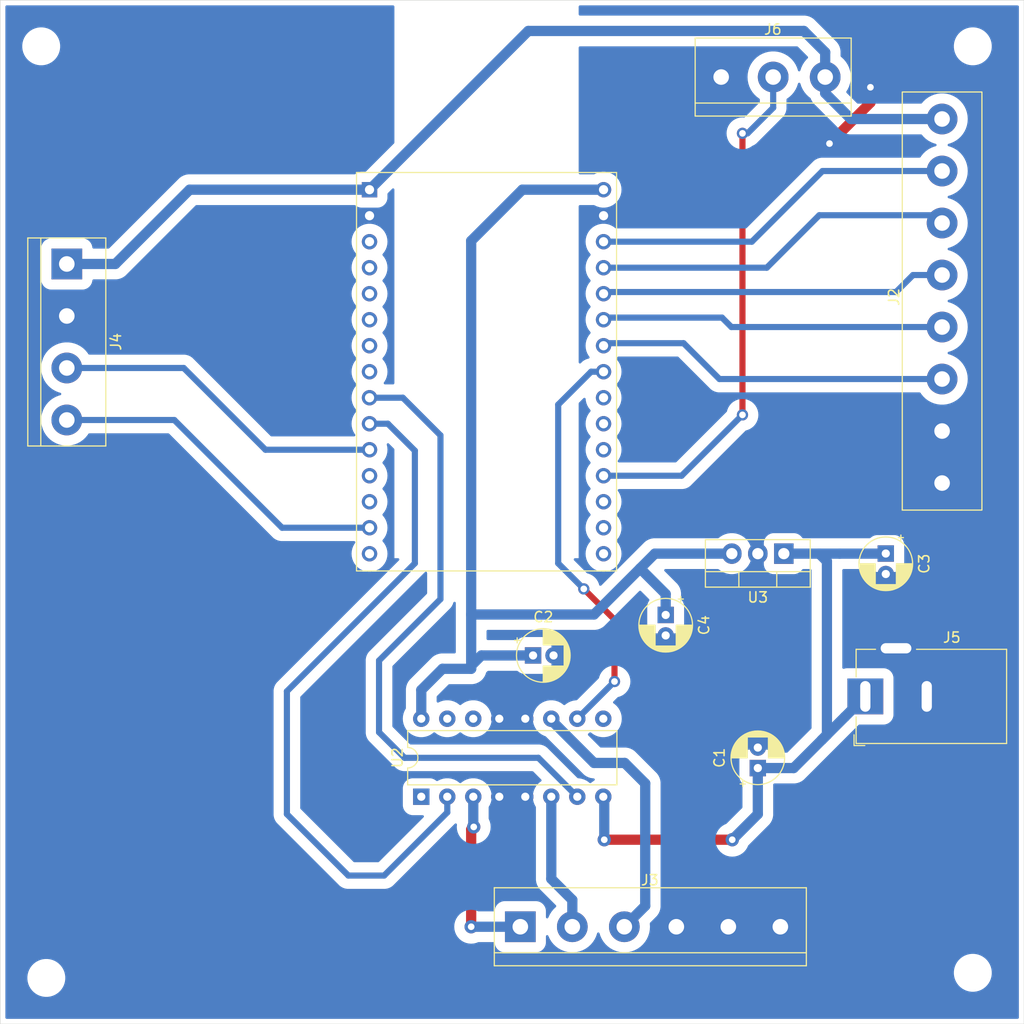
<source format=kicad_pcb>
(kicad_pcb (version 20240108) (generator "pcbnew") (generator_version "8.0")
  (title_block (title "Prototipo Control de Agua") (date "2025-02-26") (company "Ingeneria Electronica") (comment 1 "Introducción") (comment 2 "Taller"))
  (layers (0 "F.Cu" signal) (31 "B.Cu" signal) (34 "B.Paste" user) (35 "F.Paste" user) (36 "B.SilkS" user "B.Silkscreen") (37 "F.SilkS" user "F.Silkscreen") (38 "B.Mask" user) (39 "F.Mask" user) (44 "Edge.Cuts" user))
  (net 0 "")
  (net 1 "GND")
  (net 2 "/3.3v")
  (net 3 "/S3")
  (net 4 "/S2")
  (net 5 "/OUT")
  (net 6 "/S1")
  (net 7 "/S0")
  (net 9 "/3y")
  (net 12 "/1y")
  (net 13 "/2y")
  (net 15 "/VCC")
  (net 16 "/SCL")
  (net 17 "/SDA")
  (net 20 "+5V")
  (net 27 "/1a")
  (net 28 "/2a")
  (net 29 "/3a")
  (net 35 "/turbi1")
  (footprint "TerminalBlock:TerminalBlock_bornier-3_P5.08mm" (layer "F.Cu") (at 170.42 48)
    (property "Reference" "J6" (at 5.05 -4.65 0) (layer "F.SilkS"))
    (property "Value" "LGZD Turbiedad")
    (pad "1" thru_hole rect (at 0 0) (size 3 3) (drill 1.52) (layers "*.Cu" "*.Mask") (net 1 "GND"))
    (pad "2" thru_hole circle (at 5.08 0) (size 3 3) (drill 1.52) (layers "*.Cu" "*.Mask") (net 35 "/turbi1"))
    (pad "3" thru_hole circle (at 10.16 0) (size 3 3) (drill 1.52) (layers "*.Cu" "*.Mask") (net 2 "/3.3v"))
  )
  (footprint "Connector_BarrelJack:BarrelJack_Horizontal" (layer "F.Cu") (at 184.5 108.5 180)
    (property "Reference" "J5" (at -8.45 5.75 0) (layer "F.SilkS"))
    (property "Value" "Jack 9V")
    (pad "1" thru_hole rect (at 0 0 180) (size 3.5 3.5) (drill oval 1 3) (layers "*.Cu" "*.Mask") (net 15 "/VCC"))
    (pad "2" thru_hole roundrect (at -6 0 180) (size 3 3.5) (drill oval 1 3) (layers "*.Cu" "*.Mask") (net 1 "GND"))
    (pad "3" thru_hole roundrect (at -3 4.7 180) (size 3.5 3.5) (drill oval 3 1) (layers "*.Cu" "*.Mask") (net 1 "GND"))
  )
  (footprint "TerminalBlock:TerminalBlock_bornier-8_P5.08mm" (layer "F.Cu") (at 192 87.66 90)
    (property "Reference" "J2" (at 18.18 -4.7 90) (layer "F.SilkS"))
    (property "Value" "TCS3200 Colorimetria")
    (pad "1" thru_hole rect (at 0 0 90) (size 3 3) (drill 1.52) (layers "*.Cu" "*.Mask") (net 1 "GND"))
    (pad "2" thru_hole circle (at 5.08 0 90) (size 3 3) (drill 1.52) (layers "*.Cu" "*.Mask") (net 1 "GND"))
    (pad "3" thru_hole circle (at 10.16 0 90) (size 3 3) (drill 1.52) (layers "*.Cu" "*.Mask") (net 6 "/S1"))
    (pad "4" thru_hole circle (at 15.24 0 90) (size 3 3) (drill 1.52) (layers "*.Cu" "*.Mask") (net 7 "/S0"))
    (pad "5" thru_hole circle (at 20.32 0 90) (size 3 3) (drill 1.52) (layers "*.Cu" "*.Mask") (net 3 "/S3"))
    (pad "6" thru_hole circle (at 25.4 0 90) (size 3 3) (drill 1.52) (layers "*.Cu" "*.Mask") (net 4 "/S2"))
    (pad "7" thru_hole circle (at 30.48 0 90) (size 3 3) (drill 1.52) (layers "*.Cu" "*.Mask") (net 5 "/OUT"))
    (pad "8" thru_hole circle (at 35.56 0 90) (size 3 3) (drill 1.52) (layers "*.Cu" "*.Mask") (net 2 "/3.3v"))
  )
  (footprint "Capacitor_THT:CP_Radial_D5.0mm_P2.00mm" (layer "F.Cu") (at 165 100.544888 -90)
    (property "Reference" "C4" (at 1 -3.75 90) (layer "F.SilkS"))
    (property "Value" "10u")
    (pad "1" thru_hole rect (at 0 0 270) (size 1.6 1.6) (drill 0.8) (layers "*.Cu" "*.Mask") (net 20 "+5V"))
    (pad "2" thru_hole circle (at 2 0 270) (size 1.6 1.6) (drill 0.8) (layers "*.Cu" "*.Mask") (net 1 "GND"))
  )
  (footprint "TerminalBlock:TerminalBlock_bornier-4_P5.08mm" (layer "F.Cu") (at 106.5 66.26 -90)
    (property "Reference" "J4" (at 7.6 -4.8 90) (layer "F.SilkS"))
    (property "Value" "Pantalla OLED")
    (pad "1" thru_hole rect (at 0 0 270) (size 3 3) (drill 1.52) (layers "*.Cu" "*.Mask") (net 2 "/3.3v"))
    (pad "2" thru_hole circle (at 5.08 0 270) (size 3 3) (drill 1.52) (layers "*.Cu" "*.Mask") (net 1 "GND"))
    (pad "3" thru_hole circle (at 10.16 0 270) (size 3 3) (drill 1.52) (layers "*.Cu" "*.Mask") (net 17 "/SDA"))
    (pad "4" thru_hole circle (at 15.24 0 270) (size 3 3) (drill 1.52) (layers "*.Cu" "*.Mask") (net 16 "/SCL"))
  )
  (footprint "" (layer "F.Cu") (at 195 45)
    (property "Reference" "" (at 0 0 0) (layer "F.SilkS") (effects (font (size 1.27 1.27))))
    (property "Value" "")
    (pad "" np_thru_hole circle (at 0 0) (size 3.2 3.2) (drill 3.2) (layers "*.Cu" "*.Mask"))
  )
  (footprint "" (layer "F.Cu") (at 195 135.5)
    (property "Reference" "" (at 0 0 0) (layer "F.SilkS") (effects (font (size 1.27 1.27))))
    (property "Value" "")
    (pad "" np_thru_hole circle (at 0 0) (size 3.2 3.2) (drill 3.2) (layers "*.Cu" "*.Mask"))
  )
  (footprint "" (layer "F.Cu") (at 104 45)
    (property "Reference" "" (at 0 0 0) (layer "F.SilkS") (effects (font (size 1.27 1.27))))
    (property "Value" "")
    (pad "" np_thru_hole circle (at 0 0) (size 3.2 3.2) (drill 3.2) (layers "*.Cu" "*.Mask"))
  )
  (footprint "" (layer "F.Cu") (at 104.5 136)
    (property "Reference" "" (at 0 0 0) (layer "F.SilkS") (effects (font (size 1.27 1.27))))
    (property "Value" "")
    (pad "" np_thru_hole circle (at 0 0) (size 3.2 3.2) (drill 3.2) (layers "*.Cu" "*.Mask"))
  )
  (footprint "Capacitor_THT:CP_Radial_D5.0mm_P2.00mm" (layer "F.Cu") (at 174 115.5 90)
    (property "Reference" "C1" (at 1 -3.75 90) (layer "F.SilkS"))
    (property "Value" "Condensador" (hide yes))
    (pad "1" thru_hole rect (at 0 0 90) (size 1.6 1.6) (drill 0.8) (layers "*.Cu" "*.Mask") (net 15 "/VCC"))
    (pad "2" thru_hole circle (at 2 0 90) (size 1.6 1.6) (drill 0.8) (layers "*.Cu" "*.Mask") (net 1 "GND"))
  )
  (footprint "Capacitor_THT:CP_Radial_D5.0mm_P2.00mm" (layer "F.Cu") (at 152.044888 104.5)
    (property "Reference" "C2" (at 1 -3.75 0) (layer "F.SilkS"))
    (property "Value" "Condensador 2")
    (pad "1" thru_hole rect (at 0 0) (size 1.6 1.6) (drill 0.8) (layers "*.Cu" "*.Mask") (net 20 "+5V"))
    (pad "2" thru_hole circle (at 2 0) (size 1.6 1.6) (drill 0.8) (layers "*.Cu" "*.Mask") (net 1 "GND"))
  )
  (footprint "RF_Module:ESP32-C3-DevKitM-1" (layer "F.Cu") (at 136.07 59.005)
    (property "Reference" "U1" (hide yes))
    (property "Value" "ESP32-DEVKIT-V1" (hide yes))
    (pad "1" thru_hole rect (at 0 0) (size 1.5 1.5) (drill 0.9) (layers "*.Cu" "*.Mask") (net 2 "/3.3v"))
    (pad "2" thru_hole circle (at 0 2.54) (size 1.5 1.5) (drill 0.9) (layers "*.Cu" "*.Mask") (net 1 "GND"))
    (pad "3" thru_hole circle (at 0 5.08) (size 1.5 1.5) (drill 0.9) (layers "*.Cu" "*.Mask"))
    (pad "4" thru_hole circle (at 0 7.62) (size 1.5 1.5) (drill 0.9) (layers "*.Cu" "*.Mask"))
    (pad "5" thru_hole circle (at 0 10.16) (size 1.5 1.5) (drill 0.9) (layers "*.Cu" "*.Mask"))
    (pad "6" thru_hole circle (at 0 12.7) (size 1.5 1.5) (drill 0.9) (layers "*.Cu" "*.Mask"))
    (pad "7" thru_hole circle (at 0 15.24) (size 1.5 1.5) (drill 0.9) (layers "*.Cu" "*.Mask"))
    (pad "8" thru_hole circle (at 0 17.78) (size 1.5 1.5) (drill 0.9) (layers "*.Cu" "*.Mask"))
    (pad "9" thru_hole circle (at 0 20.32) (size 1.5 1.5) (drill 0.9) (layers "*.Cu" "*.Mask") (net 28 "/2a"))
    (pad "10" thru_hole circle (at 0 22.86) (size 1.5 1.5) (drill 0.9) (layers "*.Cu" "*.Mask") (net 27 "/1a"))
    (pad "11" thru_hole circle (at 0 25.4) (size 1.5 1.5) (drill 0.9) (layers "*.Cu" "*.Mask") (net 17 "/SDA"))
    (pad "12" thru_hole circle (at 0 27.94) (size 1.5 1.5) (drill 0.9) (layers "*.Cu" "*.Mask"))
    (pad "13" thru_hole circle (at 0 30.48) (size 1.5 1.5) (drill 0.9) (layers "*.Cu" "*.Mask"))
    (pad "14" thru_hole circle (at 0 33.02) (size 1.5 1.5) (drill 0.9) (layers "*.Cu" "*.Mask") (net 16 "/SCL"))
    (pad "15" thru_hole circle (at 0 35.56) (size 1.5 1.5) (drill 0.9) (layers "*.Cu" "*.Mask"))
    (pad "16" thru_hole circle (at 22.86 35.56) (size 1.5 1.5) (drill 0.9) (layers "*.Cu" "*.Mask"))
    (pad "17" thru_hole circle (at 22.86 33.02) (size 1.5 1.5) (drill 0.9) (layers "*.Cu" "*.Mask"))
    (pad "18" thru_hole circle (at 22.86 30.48) (size 1.5 1.5) (drill 0.9) (layers "*.Cu" "*.Mask"))
    (pad "19" thru_hole circle (at 22.86 27.94) (size 1.5 1.5) (drill 0.9) (layers "*.Cu" "*.Mask") (net 35 "/turbi1"))
    (pad "20" thru_hole circle (at 22.86 25.4) (size 1.5 1.5) (drill 0.9) (layers "*.Cu" "*.Mask"))
    (pad "21" thru_hole circle (at 22.86 22.86) (size 1.5 1.5) (drill 0.9) (layers "*.Cu" "*.Mask"))
    (pad "22" thru_hole circle (at 22.86 20.32) (size 1.5 1.5) (drill 0.9) (layers "*.Cu" "*.Mask"))
    (pad "23" thru_hole circle (at 22.86 17.78) (size 1.5 1.5) (drill 0.9) (layers "*.Cu" "*.Mask") (net 29 "/3a"))
    (pad "24" thru_hole circle (at 22.86 15.24) (size 1.5 1.5) (drill 0.9) (layers "*.Cu" "*.Mask") (net 6 "/S1"))
    (pad "25" thru_hole circle (at 22.86 12.7) (size 1.5 1.5) (drill 0.9) (layers "*.Cu" "*.Mask") (net 7 "/S0"))
    (pad "26" thru_hole circle (at 22.86 10.16) (size 1.5 1.5) (drill 0.9) (layers "*.Cu" "*.Mask") (net 3 "/S3"))
    (pad "27" thru_hole circle (at 22.86 7.62) (size 1.5 1.5) (drill 0.9) (layers "*.Cu" "*.Mask") (net 4 "/S2"))
    (pad "28" thru_hole circle (at 22.86 5.08) (size 1.5 1.5) (drill 0.9) (layers "*.Cu" "*.Mask") (net 5 "/OUT"))
    (pad "29" thru_hole circle (at 22.86 2.54) (size 1.5 1.5) (drill 0.9) (layers "*.Cu" "*.Mask") (net 1 "GND"))
    (pad "30" thru_hole circle (at 22.86 0) (size 1.5 1.5) (drill 0.9) (layers "*.Cu" "*.Mask") (net 20 "+5V"))
  )
  (footprint "TerminalBlock:TerminalBlock_bornier-6_P5.08mm" (layer "F.Cu") (at 150.8 131)
    (property "Reference" "J3" (at 12.65 -4.55 0) (layer "F.SilkS"))
    (property "Value" "Motores" (hide yes))
    (pad "1" thru_hole rect (at 0 0) (size 3 3) (drill 1.52) (layers "*.Cu" "*.Mask") (net 12 "/1y"))
    (pad "2" thru_hole circle (at 5.08 0) (size 3 3) (drill 1.52) (layers "*.Cu" "*.Mask") (net 13 "/2y"))
    (pad "3" thru_hole circle (at 10.16 0) (size 3 3) (drill 1.52) (layers "*.Cu" "*.Mask") (net 9 "/3y"))
    (pad "4" thru_hole circle (at 15.24 0) (size 3 3) (drill 1.52) (layers "*.Cu" "*.Mask") (net 1 "GND"))
    (pad "5" thru_hole circle (at 20.32 0) (size 3 3) (drill 1.52) (layers "*.Cu" "*.Mask") (net 1 "GND"))
    (pad "6" thru_hole circle (at 25.4 0) (size 3 3) (drill 1.52) (layers "*.Cu" "*.Mask") (net 1 "GND"))
  )
  (footprint "Capacitor_THT:CP_Radial_D5.0mm_P2.00mm" (layer "F.Cu") (at 186.5 94.544888 -90)
    (property "Reference" "C3" (at 1 -3.75 90) (layer "F.SilkS"))
    (property "Value" "10u")
    (pad "1" thru_hole rect (at 0 0 270) (size 1.6 1.6) (drill 0.8) (layers "*.Cu" "*.Mask") (net 15 "/VCC"))
    (pad "2" thru_hole circle (at 2 0 270) (size 1.6 1.6) (drill 0.8) (layers "*.Cu" "*.Mask") (net 1 "GND"))
  )
  (footprint "Package_DIP:DIP-16_W7.62mm" (layer "F.Cu") (at 141.125 118.3 90)
    (property "Reference" "U2" (at 3.81 -2.33 90) (layer "F.SilkS"))
    (property "Value" "L293D")
    (pad "1" thru_hole rect (at 0 0 90) (size 1.6 1.6) (drill 0.8) (layers "*.Cu" "*.Mask"))
    (pad "2" thru_hole oval (at 0 2.54 90) (size 1.6 1.6) (drill 0.8) (layers "*.Cu" "*.Mask") (net 27 "/1a"))
    (pad "3" thru_hole oval (at 0 5.08 90) (size 1.6 1.6) (drill 0.8) (layers "*.Cu" "*.Mask") (net 12 "/1y"))
    (pad "4" thru_hole oval (at 0 7.62 90) (size 1.6 1.6) (drill 0.8) (layers "*.Cu" "*.Mask") (net 1 "GND"))
    (pad "5" thru_hole oval (at 0 10.16 90) (size 1.6 1.6) (drill 0.8) (layers "*.Cu" "*.Mask") (net 1 "GND"))
    (pad "6" thru_hole oval (at 0 12.7 90) (size 1.6 1.6) (drill 0.8) (layers "*.Cu" "*.Mask") (net 13 "/2y"))
    (pad "7" thru_hole oval (at 0 15.24 90) (size 1.6 1.6) (drill 0.8) (layers "*.Cu" "*.Mask") (net 28 "/2a"))
    (pad "8" thru_hole oval (at 0 17.78 90) (size 1.6 1.6) (drill 0.8) (layers "*.Cu" "*.Mask") (net 15 "/VCC"))
    (pad "9" thru_hole oval (at 7.62 17.78 90) (size 1.6 1.6) (drill 0.8) (layers "*.Cu" "*.Mask"))
    (pad "10" thru_hole oval (at 7.62 15.24 90) (size 1.6 1.6) (drill 0.8) (layers "*.Cu" "*.Mask") (net 29 "/3a"))
    (pad "11" thru_hole oval (at 7.62 12.7 90) (size 1.6 1.6) (drill 0.8) (layers "*.Cu" "*.Mask") (net 9 "/3y"))
    (pad "12" thru_hole oval (at 7.62 10.16 90) (size 1.6 1.6) (drill 0.8) (layers "*.Cu" "*.Mask") (net 1 "GND"))
    (pad "13" thru_hole oval (at 7.62 7.62 90) (size 1.6 1.6) (drill 0.8) (layers "*.Cu" "*.Mask") (net 1 "GND"))
    (pad "14" thru_hole oval (at 7.62 5.08 90) (size 1.6 1.6) (drill 0.8) (layers "*.Cu" "*.Mask"))
    (pad "15" thru_hole oval (at 7.62 2.54 90) (size 1.6 1.6) (drill 0.8) (layers "*.Cu" "*.Mask"))
    (pad "16" thru_hole oval (at 7.62 0 90) (size 1.6 1.6) (drill 0.8) (layers "*.Cu" "*.Mask") (net 20 "+5V"))
  )
  (footprint "Package_TO_SOT_THT:TO-220-3_Vertical" (layer "F.Cu") (at 176.54 94.555 180)
    (property "Reference" "U3" (at 2.54 -4.27 0) (layer "F.SilkS"))
    (property "Value" "L7805")
    (pad "1" thru_hole rect (at 0 0 180) (size 1.905 2) (drill 1.1) (layers "*.Cu" "*.Mask") (net 15 "/VCC"))
    (pad "2" thru_hole oval (at 2.54 0 180) (size 1.905 2) (drill 1.1) (layers "*.Cu" "*.Mask") (net 1 "GND"))
    (pad "3" thru_hole oval (at 5.08 0 180) (size 1.905 2) (drill 1.1) (layers "*.Cu" "*.Mask") (net 20 "+5V"))
  )
  (gr_rect (start 100 40.5) (end 200 140.5) (stroke (width 0.05)) (fill none) (layer "Edge.Cuts"))
  (segment (start 185 50.5) (end 181 54.5) (width 1) (layer "F.Cu") (net 1))
  (segment (start 185 49) (end 185 50.5) (width 1) (layer "F.Cu") (net 1))
  (via (at 181 54.5) (size 1.3) (drill 0.65) (layers "F.Cu" "B.Cu") (net 1))
  (via (at 185 49) (size 1.3) (drill 0.65) (layers "F.Cu" "B.Cu") (net 1))
  (segment (start 106.5 66.26) (end 111.24 66.26) (width 1) (layer "B.Cu") (net 2))
  (segment (start 151.575 43.5) (end 136.07 59.005) (width 1) (layer "B.Cu") (net 2))
  (segment (start 192 52.1) (end 183.1 52.1) (width 1) (layer "B.Cu") (net 2))
  (segment (start 180.58 45.58) (end 178.5 43.5) (width 1) (layer "B.Cu") (net 2))
  (segment (start 111.24 66.26) (end 118.495 59.005) (width 1) (layer "B.Cu") (net 2))
  (segment (start 178.5 43.5) (end 151.575 43.5) (width 1) (layer "B.Cu") (net 2))
  (segment (start 118.495 59.005) (end 136.07 59.005) (width 1) (layer "B.Cu") (net 2))
  (segment (start 180.58 48) (end 180.58 45.58) (width 1) (layer "B.Cu") (net 2))
  (segment (start 180.58 49.58) (end 180.58 48) (width 1) (layer "B.Cu") (net 2))
  (segment (start 183.1 52.1) (end 180.58 49.58) (width 1) (layer "B.Cu") (net 2))
  (segment (start 159.095 69) (end 158.93 69.165) (width 0.6) (layer "B.Cu") (net 3))
  (segment (start 189.16 67.34) (end 187.5 69) (width 0.6) (layer "B.Cu") (net 3))
  (segment (start 192 67.34) (end 189.16 67.34) (width 0.6) (layer "B.Cu") (net 3))
  (segment (start 187.5 69) (end 159.095 69) (width 0.6) (layer "B.Cu") (net 3))
  (segment (start 192 62.26) (end 191.24 61.5) (width 0.6) (layer "B.Cu") (net 4))
  (segment (start 191.24 61.5) (end 180 61.5) (width 0.6) (layer "B.Cu") (net 4))
  (segment (start 174.875 66.625) (end 158.93 66.625) (width 0.6) (layer "B.Cu") (net 4))
  (segment (start 180 61.5) (end 174.875 66.625) (width 0.6) (layer "B.Cu") (net 4))
  (segment (start 192 57.18) (end 180.32 57.18) (width 0.6) (layer "B.Cu") (net 5))
  (segment (start 180.32 57.18) (end 173.415 64.085) (width 0.6) (layer "B.Cu") (net 5))
  (segment (start 173.415 64.085) (end 158.93 64.085) (width 0.6) (layer "B.Cu") (net 5))
  (segment (start 166.75 74) (end 159.175 74) (width 0.6) (layer "B.Cu") (net 6))
  (segment (start 170.25 77.5) (end 166.75 74) (width 0.6) (layer "B.Cu") (net 6))
  (segment (start 192 77.5) (end 170.25 77.5) (width 0.6) (layer "B.Cu") (net 6))
  (segment (start 159.175 74) (end 158.93 74.245) (width 0.6) (layer "B.Cu") (net 6))
  (segment (start 159.135 71.5) (end 158.93 71.705) (width 0.6) (layer "B.Cu") (net 7))
  (segment (start 170.5 71.5) (end 159.135 71.5) (width 0.6) (layer "B.Cu") (net 7))
  (segment (start 192 72.42) (end 171.42 72.42) (width 0.6) (layer "B.Cu") (net 7))
  (segment (start 171.42 72.42) (end 170.5 71.5) (width 0.6) (layer "B.Cu") (net 7))
  (segment (start 153.825 110.68) (end 153.825 110.825) (width 1) (layer "B.Cu") (net 9))
  (segment (start 161 115) (end 163 117) (width 1) (layer "B.Cu") (net 9))
  (segment (start 158 115) (end 161 115) (width 1) (layer "B.Cu") (net 9))
  (segment (start 163 117) (end 163 128.96) (width 1) (layer "B.Cu") (net 9))
  (segment (start 153.825 110.825) (end 158 115) (width 1) (layer "B.Cu") (net 9))
  (segment (start 163 128.96) (end 160.96 131) (width 1) (layer "B.Cu") (net 9))
  (segment (start 146.25 121.25) (end 146 121.5) (width 1) (layer "F.Cu") (net 12))
  (segment (start 146 121.5) (end 146 131) (width 1) (layer "F.Cu") (net 12))
  (via (at 146 131) (size 1.3) (drill 0.65) (layers "F.Cu" "B.Cu") (net 12))
  (via (at 146.25 121.25) (size 1.3) (drill 0.65) (layers "F.Cu" "B.Cu") (net 12))
  (segment (start 146.205 121.205) (end 146.205 118.3) (width 1) (layer "B.Cu") (net 12))
  (segment (start 150.8 131) (end 146 131) (width 1) (layer "B.Cu") (net 12))
  (segment (start 146.25 121.25) (end 146.205 121.205) (width 1) (layer "B.Cu") (net 12))
  (segment (start 153.825 126.325) (end 153.825 118.3) (width 1) (layer "B.Cu") (net 13))
  (segment (start 155.88 131) (end 155.88 128.38) (width 1) (layer "B.Cu") (net 13))
  (segment (start 155.88 128.38) (end 153.825 126.325) (width 1) (layer "B.Cu") (net 13))
  (segment (start 171.5 122.5) (end 159 122.5) (width 1) (layer "F.Cu") (net 15))
  (via (at 171.5 122.5) (size 1.3) (drill 0.65) (layers "F.Cu" "B.Cu") (net 15))
  (via (at 159 122.5) (size 1.3) (drill 0.65) (layers "F.Cu" "B.Cu") (net 15))
  (segment (start 182.5 110.5) (end 184.5 108.5) (width 1) (layer "B.Cu") (net 15))
  (segment (start 159 118.395) (end 158.905 118.3) (width 1) (layer "B.Cu") (net 15))
  (segment (start 174 115.5) (end 177.5 115.5) (width 1) (layer "B.Cu") (net 15))
  (segment (start 176.54 94.555) (end 180 94.555) (width 1) (layer "B.Cu") (net 15))
  (segment (start 180.75 112.25) (end 180.75 95.305) (width 1) (layer "B.Cu") (net 15))
  (segment (start 180 94.555) (end 182 94.555) (width 1) (layer "B.Cu") (net 15))
  (segment (start 174 120) (end 174 115.5) (width 1) (layer "B.Cu") (net 15))
  (segment (start 180.25 112.75) (end 182.5 110.5) (width 1) (layer "B.Cu") (net 15))
  (segment (start 171.5 122.5) (end 174 120) (width 1) (layer "B.Cu") (net 15))
  (segment (start 180.75 95.305) (end 180 94.555) (width 1) (layer "B.Cu") (net 15))
  (segment (start 159 122.5) (end 159 118.395) (width 1) (layer "B.Cu") (net 15))
  (segment (start 180.25 112.75) (end 180.75 112.25) (width 1) (layer "B.Cu") (net 15))
  (segment (start 186.489888 94.555) (end 186.5 94.544888) (width 1) (layer "B.Cu") (net 15))
  (segment (start 177.5 115.5) (end 180.25 112.75) (width 1) (layer "B.Cu") (net 15))
  (segment (start 182 94.555) (end 186.489888 94.555) (width 1) (layer "B.Cu") (net 15))
  (segment (start 106.5 81.5) (end 117 81.5) (width 0.6) (layer "B.Cu") (net 16))
  (segment (start 127.525 92.025) (end 136.07 92.025) (width 0.6) (layer "B.Cu") (net 16))
  (segment (start 117 81.5) (end 127.525 92.025) (width 0.6) (layer "B.Cu") (net 16))
  (segment (start 125.905 84.405) (end 136.07 84.405) (width 0.6) (layer "B.Cu") (net 17))
  (segment (start 117.92 76.42) (end 125.905 84.405) (width 0.6) (layer "B.Cu") (net 17))
  (segment (start 106.5 76.42) (end 117.92 76.42) (width 0.6) (layer "B.Cu") (net 17))
  (segment (start 165 100.544888) (end 165 98.5) (width 1) (layer "B.Cu") (net 20))
  (segment (start 162.5 96) (end 158 100.5) (width 1) (layer "B.Cu") (net 20))
  (segment (start 171.46 94.555) (end 163.945 94.555) (width 1) (layer "B.Cu") (net 20))
  (segment (start 141.125 107.875) (end 143.195 105.805) (width 1) (layer "B.Cu") (net 20))
  (segment (start 150.995 59.005) (end 158.93 59.005) (width 1) (layer "B.Cu") (net 20))
  (segment (start 147 104.5) (end 146 105.5) (width 1) (layer "B.Cu") (net 20))
  (segment (start 158 100.5) (end 146 100.5) (width 1) (layer "B.Cu") (net 20))
  (segment (start 141.125 110.68) (end 141.125 107.875) (width 1) (layer "B.Cu") (net 20))
  (segment (start 146 100.5) (end 146 64) (width 1) (layer "B.Cu") (net 20))
  (segment (start 143.195 105.805) (end 146 105.805) (width 1) (layer "B.Cu") (net 20))
  (segment (start 146 105.805) (end 146 105.5) (width 1) (layer "B.Cu") (net 20))
  (segment (start 163.945 94.555) (end 162.5 96) (width 1) (layer "B.Cu") (net 20))
  (segment (start 146 64) (end 150.995 59.005) (width 1) (layer "B.Cu") (net 20))
  (segment (start 146 105.5) (end 146 100.5) (width 1) (layer "B.Cu") (net 20))
  (segment (start 165 98.5) (end 162.5 96) (width 1) (layer "B.Cu") (net 20))
  (segment (start 152.044888 104.5) (end 147 104.5) (width 1) (layer "B.Cu") (net 20))
  (segment (start 128 120) (end 128 108) (width 0.6) (layer "B.Cu") (net 27))
  (segment (start 143.665 119.835) (end 137.5 126) (width 0.6) (layer "B.Cu") (net 27))
  (segment (start 137.5 126) (end 134 126) (width 0.6) (layer "B.Cu") (net 27))
  (segment (start 128 108) (end 140.5 95.5) (width 0.6) (layer "B.Cu") (net 27))
  (segment (start 143.665 118.3) (end 143.665 119.835) (width 0.6) (layer "B.Cu") (net 27))
  (segment (start 140.5 84.5) (end 137.865 81.865) (width 0.6) (layer "B.Cu") (net 27))
  (segment (start 134 126) (end 128 120) (width 0.6) (layer "B.Cu") (net 27))
  (segment (start 137.865 81.865) (end 136.07 81.865) (width 0.6) (layer "B.Cu") (net 27))
  (segment (start 140.5 95.5) (end 140.5 84.5) (width 0.6) (layer "B.Cu") (net 27))
  (segment (start 143 83) (end 139.325 79.325) (width 0.6) (layer "B.Cu") (net 28))
  (segment (start 137 112) (end 137 105) (width 0.6) (layer "B.Cu") (net 28))
  (segment (start 139.5 114.5) (end 137 112) (width 0.6) (layer "B.Cu") (net 28))
  (segment (start 137 105) (end 143 99) (width 0.6) (layer "B.Cu") (net 28))
  (segment (start 139.325 79.325) (end 136.07 79.325) (width 0.6) (layer "B.Cu") (net 28))
  (segment (start 156.365 118.3) (end 152.565 114.5) (width 0.6) (layer "B.Cu") (net 28))
  (segment (start 152.565 114.5) (end 139.5 114.5) (width 0.6) (layer "B.Cu") (net 28))
  (segment (start 143 99) (end 143 83) (width 0.6) (layer "B.Cu") (net 28))
  (segment (start 160 101) (end 160 107.045) (width 0.6) (layer "F.Cu") (net 29))
  (segment (start 157 98) (end 160 101) (width 0.6) (layer "F.Cu") (net 29))
  (via (at 160 107.045) (size 1.1) (drill 0.65) (layers "F.Cu" "B.Cu") (net 29))
  (via (at 157 98) (size 1.1) (drill 0.65) (layers "F.Cu" "B.Cu") (net 29))
  (segment (start 160 107.045) (end 156.365 110.68) (width 0.6) (layer "B.Cu") (net 29))
  (segment (start 157.715 76.785) (end 158.93 76.785) (width 0.6) (layer "B.Cu") (net 29))
  (segment (start 154.5 95.5) (end 154.5 80) (width 0.6) (layer "B.Cu") (net 29))
  (segment (start 154.5 95.5) (end 157 98) (width 0.6) (layer "B.Cu") (net 29))
  (segment (start 154.5 80) (end 157.715 76.785) (width 0.6) (layer "B.Cu") (net 29))
  (segment (start 172.5 53.5) (end 172.5 81) (width 0.6) (layer "F.Cu") (net 35))
  (via (at 172.5 81) (size 1.1) (drill 0.65) (layers "F.Cu" "B.Cu") (net 35))
  (via (at 172.5 53.5) (size 1.1) (drill 0.65) (layers "F.Cu" "B.Cu") (net 35))
  (segment (start 166.555 86.945) (end 158.93 86.945) (width 0.6) (layer "B.Cu") (net 35))
  (segment (start 172.5 81) (end 166.555 86.945) (width 0.6) (layer "B.Cu") (net 35))
  (segment (start 172.5 53.5) (end 173 53.5) (width 0.6) (layer "B.Cu") (net 35))
  (segment (start 175.5 51) (end 175.5 48) (width 0.6) (layer "B.Cu") (net 35))
  (segment (start 173 53.5) (end 175.5 51) (width 0.6) (layer "B.Cu") (net 35))
  (zone (net 1) (net_name "GND") (layer "B.Cu") (connect_pads yes (clearance 1)) (min_thickness 0.25) (fill yes (thermal_gap 0.5) (thermal_bridge_width 0.5))
    (polygon (pts (xy 100 40.5) (xy 100 140.5) (xy 200 140.5) (xy 200 40.5) (xy 156.5 40.5) (xy 156.5 95) (xy 138.5 95) (xy 138.5 40.5)))
  )
)
</source>
